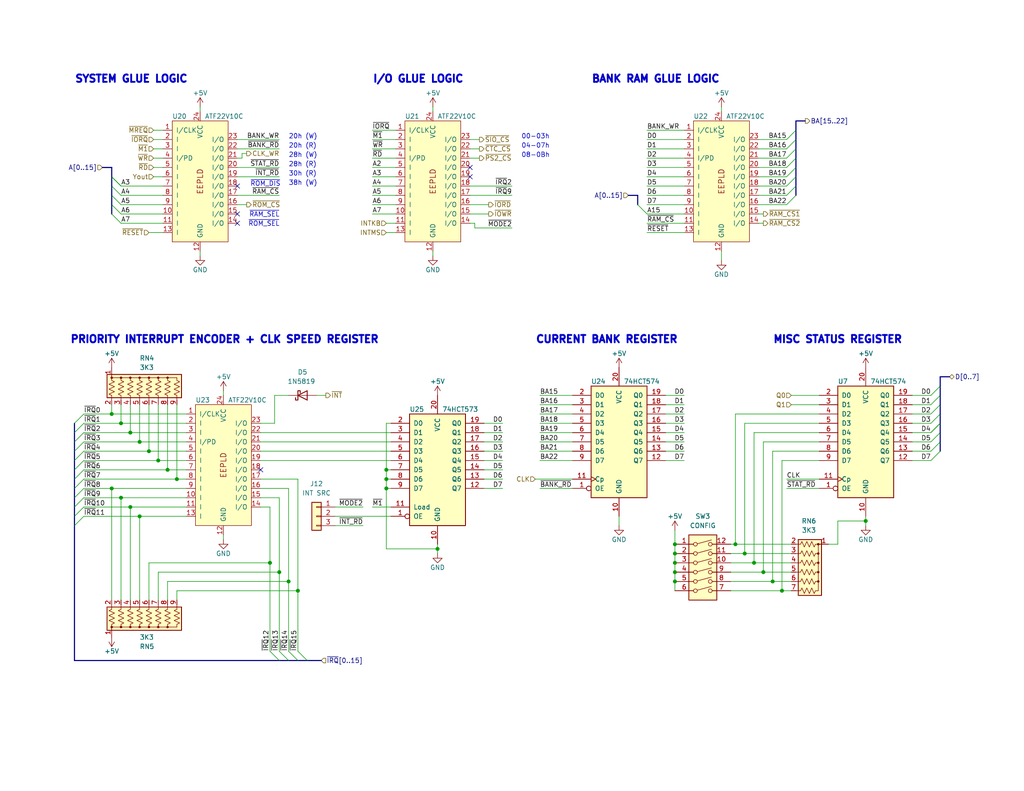
<source format=kicad_sch>
(kicad_sch (version 20230121) (generator eeschema)
  (paper "USLetter")
  (title_block (date "2023-08-13") (rev "V2") (company "Frédéric Segard  (@microhobbyist)"))
  (lib_symbols
    (symbol "+5V_1" (power) (pin_names (offset 0))
      (property "Value" "+5V_1" (at 0 3.556 0))
      (symbol "+5V_1_0_1"
        (polyline (pts (xy -0.762 1.27) (xy 0 2.54)))
        (polyline (pts (xy 0 0) (xy 0 2.54)))
        (polyline (pts (xy 0 2.54) (xy 0.762 1.27)))
      )
      (symbol "+5V_1_1_1"
        (pin power_in line (at 0 0 90) (length 0) hide (name "+5V") (number "1"))
      )
    )
    (symbol "0_Library:ATF22V10C" (pin_names (offset 1.016))
      (property "Reference" "U" (at -7.62 0 0))
      (property "Value" "ATF22V10C" (at 1.27 0 0))
      (symbol "ATF22V10C_0_0"
        (text "EEPLD" (at 0 -17.78 900) (effects (font (size 1.4986 1.4986))))
      )
      (symbol "ATF22V10C_0_1"
        (rectangle (start -7.62 -1.27) (end 7.62 -34.29) (fill (type background)))
      )
      (symbol "ATF22V10C_1_1"
        (pin input line (at -10.16 -3.81 0) (length 2.54) (name "I/CLK") (number "1"))
        (pin input line (at -10.16 -26.67 0) (length 2.54) (name "I") (number "10"))
        (pin input line (at -10.16 -29.21 0) (length 2.54) (name "I") (number "11"))
        (pin power_in line (at 0 -36.83 90) (length 2.54) (name "GND") (number "12"))
        (pin input line (at -10.16 -31.75 0) (length 2.54) (name "I") (number "13"))
        (pin bidirectional line (at 10.16 -29.21 180) (length 2.54) (name "I/O") (number "14"))
        (pin bidirectional line (at 10.16 -26.67 180) (length 2.54) (name "I/O") (number "15"))
        (pin bidirectional line (at 10.16 -24.13 180) (length 2.54) (name "I/O") (number "16"))
        (pin bidirectional line (at 10.16 -21.59 180) (length 2.54) (name "I/O") (number "17"))
        (pin bidirectional line (at 10.16 -19.05 180) (length 2.54) (name "I/O") (number "18"))
        (pin bidirectional line (at 10.16 -16.51 180) (length 2.54) (name "I/O") (number "19"))
        (pin input line (at -10.16 -6.35 0) (length 2.54) (name "I") (number "2"))
        (pin bidirectional line (at 10.16 -13.97 180) (length 2.54) (name "I/O") (number "20"))
        (pin bidirectional line (at 10.16 -11.43 180) (length 2.54) (name "I/O") (number "21"))
        (pin bidirectional line (at 10.16 -8.89 180) (length 2.54) (name "I/O") (number "22"))
        (pin bidirectional line (at 10.16 -6.35 180) (length 2.54) (name "I/O") (number "23"))
        (pin power_in line (at 0 1.27 270) (length 2.54) (name "VCC") (number "24"))
        (pin input line (at -10.16 -8.89 0) (length 2.54) (name "I") (number "3"))
        (pin input line (at -10.16 -11.43 0) (length 2.54) (name "I/PD") (number "4"))
        (pin input line (at -10.16 -13.97 0) (length 2.54) (name "I") (number "5"))
        (pin input line (at -10.16 -16.51 0) (length 2.54) (name "I") (number "6"))
        (pin input line (at -10.16 -19.05 0) (length 2.54) (name "I") (number "7"))
        (pin input line (at -10.16 -21.59 0) (length 2.54) (name "I") (number "8"))
        (pin input line (at -10.16 -24.13 0) (length 2.54) (name "I") (number "9"))
      )
    )
    (symbol "74xx:74LS573" (pin_names (offset 1.016))
      (property "Reference" "U" (at -7.62 16.51 0))
      (property "Value" "74LS573" (at -7.62 -16.51 0))
      (symbol "74LS573_1_0"
        (pin input inverted (at -12.7 -12.7 0) (length 5.08) (name "OE") (number "1"))
        (pin power_in line (at 0 -20.32 90) (length 5.08) (name "GND") (number "10"))
        (pin input line (at -12.7 -10.16 0) (length 5.08) (name "Load") (number "11"))
        (pin tri_state line (at 12.7 -5.08 180) (length 5.08) (name "Q7") (number "12"))
        (pin tri_state line (at 12.7 -2.54 180) (length 5.08) (name "Q6") (number "13"))
        (pin tri_state line (at 12.7 0 180) (length 5.08) (name "Q5") (number "14"))
        (pin tri_state line (at 12.7 2.54 180) (length 5.08) (name "Q4") (number "15"))
        (pin tri_state line (at 12.7 5.08 180) (length 5.08) (name "Q3") (number "16"))
        (pin tri_state line (at 12.7 7.62 180) (length 5.08) (name "Q2") (number "17"))
        (pin tri_state line (at 12.7 10.16 180) (length 5.08) (name "Q1") (number "18"))
        (pin tri_state line (at 12.7 12.7 180) (length 5.08) (name "Q0") (number "19"))
        (pin input line (at -12.7 12.7 0) (length 5.08) (name "D0") (number "2"))
        (pin power_in line (at 0 20.32 270) (length 5.08) (name "VCC") (number "20"))
        (pin input line (at -12.7 10.16 0) (length 5.08) (name "D1") (number "3"))
        (pin input line (at -12.7 7.62 0) (length 5.08) (name "D2") (number "4"))
        (pin input line (at -12.7 5.08 0) (length 5.08) (name "D3") (number "5"))
        (pin input line (at -12.7 2.54 0) (length 5.08) (name "D4") (number "6"))
        (pin input line (at -12.7 0 0) (length 5.08) (name "D5") (number "7"))
        (pin input line (at -12.7 -2.54 0) (length 5.08) (name "D6") (number "8"))
        (pin input line (at -12.7 -5.08 0) (length 5.08) (name "D7") (number "9"))
      )
      (symbol "74LS573_1_1"
        (rectangle (start -7.62 15.24) (end 7.62 -15.24) (stroke (width 0.254)) (fill (type background)))
      )
    )
    (symbol "74xx:74LS574" (pin_names (offset 1.016))
      (property "Reference" "U" (at -7.62 16.51 0))
      (property "Value" "74LS574" (at -7.62 -16.51 0))
      (symbol "74LS574_1_0"
        (pin input inverted (at -12.7 -12.7 0) (length 5.08) (name "OE") (number "1"))
        (pin power_in line (at 0 -20.32 90) (length 5.08) (name "GND") (number "10"))
        (pin input clock (at -12.7 -10.16 0) (length 5.08) (name "Cp") (number "11"))
        (pin tri_state line (at 12.7 -5.08 180) (length 5.08) (name "Q7") (number "12"))
        (pin tri_state line (at 12.7 -2.54 180) (length 5.08) (name "Q6") (number "13"))
        (pin tri_state line (at 12.7 0 180) (length 5.08) (name "Q5") (number "14"))
        (pin tri_state line (at 12.7 2.54 180) (length 5.08) (name "Q4") (number "15"))
        (pin tri_state line (at 12.7 5.08 180) (length 5.08) (name "Q3") (number "16"))
        (pin tri_state line (at 12.7 7.62 180) (length 5.08) (name "Q2") (number "17"))
        (pin tri_state line (at 12.7 10.16 180) (length 5.08) (name "Q1") (number "18"))
        (pin tri_state line (at 12.7 12.7 180) (length 5.08) (name "Q0") (number "19"))
        (pin input line (at -12.7 12.7 0) (length 5.08) (name "D0") (number "2"))
        (pin power_in line (at 0 20.32 270) (length 5.08) (name "VCC") (number "20"))
        (pin input line (at -12.7 10.16 0) (length 5.08) (name "D1") (number "3"))
        (pin input line (at -12.7 7.62 0) (length 5.08) (name "D2") (number "4"))
        (pin input line (at -12.7 5.08 0) (length 5.08) (name "D3") (number "5"))
        (pin input line (at -12.7 2.54 0) (length 5.08) (name "D4") (number "6"))
        (pin input line (at -12.7 0 0) (length 5.08) (name "D5") (number "7"))
        (pin input line (at -12.7 -2.54 0) (length 5.08) (name "D6") (number "8"))
        (pin input line (at -12.7 -5.08 0) (length 5.08) (name "D7") (number "9"))
      )
      (symbol "74LS574_1_1"
        (rectangle (start -7.62 15.24) (end 7.62 -15.24) (stroke (width 0.254)) (fill (type background)))
      )
    )
    (symbol "Connector_Generic:Conn_01x03" (pin_names (offset 1.016) hide)
      (property "Reference" "J" (at 0 5.08 0))
      (property "Value" "Conn_01x03" (at 0 -5.08 0))
      (symbol "Conn_01x03_1_1"
        (rectangle (start -1.27 -2.413) (end 0 -2.667) (stroke (width 0.1524)))
        (rectangle (start -1.27 0.127) (end 0 -0.127) (stroke (width 0.1524)))
        (rectangle (start -1.27 2.667) (end 0 2.413) (stroke (width 0.1524)))
        (rectangle (start -1.27 3.81) (end 1.27 -3.81) (stroke (width 0.254)) (fill (type background)))
        (pin passive line (at -5.08 2.54 0) (length 3.81) (name "Pin_1") (number "1"))
        (pin passive line (at -5.08 0 0) (length 3.81) (name "Pin_2") (number "2"))
        (pin passive line (at -5.08 -2.54 0) (length 3.81) (name "Pin_3") (number "3"))
      )
    )
    (symbol "Device:R_Network06_US" (pin_names (offset 0) hide)
      (property "Reference" "RN" (at -10.16 0 90))
      (property "Value" "R_Network06_US" (at 7.62 0 90))
      (symbol "R_Network06_US_0_1"
        (rectangle (start -8.89 -3.175) (end 6.35 3.175) (stroke (width 0.254)) (fill (type background)))
        (circle (center -7.62 2.286) (radius 0.254) (fill (type outline)))
        (circle (center -5.08 2.286) (radius 0.254) (fill (type outline)))
        (circle (center -2.54 2.286) (radius 0.254) (fill (type outline)))
        (polyline (pts (xy -7.62 2.286) (xy 5.08 2.286)))
        (polyline (pts (xy -7.62 2.286) (xy -7.62 1.524) (xy -6.858 1.1684) (xy -8.382 0.508) (xy -6.858 -0.1524) (xy -8.382 -0.8382) (xy -6.858 -1.524) (xy -8.382 -2.1844) (xy -7.62 -2.54) (xy -7.62 -3.81)))
        (polyline (pts (xy -5.08 2.286) (xy -5.08 1.524) (xy -4.318 1.1684) (xy -5.842 0.508) (xy -4.318 -0.1524) (xy -5.842 -0.8382) (xy -4.318 -1.524) (xy -5.842 -2.1844) (xy -5.08 -2.54) (xy -5.08 -3.81)))
        (polyline (pts (xy -2.54 2.286) (xy -2.54 1.524) (xy -1.778 1.1684) (xy -3.302 0.508) (xy -1.778 -0.1524) (xy -3.302 -0.8382) (xy -1.778 -1.524) (xy -3.302 -2.1844) (xy -2.54 -2.54) (xy -2.54 -3.81)))
        (polyline (pts (xy 0 2.286) (xy 0 1.524) (xy 0.762 1.1684) (xy -0.762 0.508) (xy 0.762 -0.1524) (xy -0.762 -0.8382) (xy 0.762 -1.524) (xy -0.762 -2.1844) (xy 0 -2.54) (xy 0 -3.81)))
        (polyline (pts (xy 2.54 2.286) (xy 2.54 1.524) (xy 3.302 1.1684) (xy 1.778 0.508) (xy 3.302 -0.1524) (xy 1.778 -0.8382) (xy 3.302 -1.524) (xy 1.778 -2.1844) (xy 2.54 -2.54) (xy 2.54 -3.81)))
        (polyline (pts (xy 5.08 2.286) (xy 5.08 1.524) (xy 5.842 1.1684) (xy 4.318 0.508) (xy 5.842 -0.1524) (xy 4.318 -0.8382) (xy 5.842 -1.524) (xy 4.318 -2.1844) (xy 5.08 -2.54) (xy 5.08 -3.81)))
        (circle (center 0 2.286) (radius 0.254) (fill (type outline)))
        (circle (center 2.54 2.286) (radius 0.254) (fill (type outline)))
      )
      (symbol "R_Network06_US_1_1"
        (pin passive line (at -7.62 5.08 270) (length 2.54) (name "common") (number "1"))
        (pin passive line (at -7.62 -5.08 90) (length 1.27) (name "R1") (number "2"))
        (pin passive line (at -5.08 -5.08 90) (length 1.27) (name "R2") (number "3"))
        (pin passive line (at -2.54 -5.08 90) (length 1.27) (name "R3") (number "4"))
        (pin passive line (at 0 -5.08 90) (length 1.27) (name "R4") (number "5"))
        (pin passive line (at 2.54 -5.08 90) (length 1.27) (name "R5") (number "6"))
        (pin passive line (at 5.08 -5.08 90) (length 1.27) (name "R6") (number "7"))
      )
    )
    (symbol "Device:R_Network08_US" (pin_names (offset 0) hide)
      (property "Reference" "RN" (at -12.7 0 90))
      (property "Value" "R_Network08_US" (at 10.16 0 90))
      (symbol "R_Network08_US_0_1"
        (rectangle (start -11.43 -3.175) (end 8.89 3.175) (stroke (width 0.254)) (fill (type background)))
        (circle (center -10.16 2.286) (radius 0.254) (fill (type outline)))
        (circle (center -7.62 2.286) (radius 0.254) (fill (type outline)))
        (circle (center -5.08 2.286) (radius 0.254) (fill (type outline)))
        (circle (center -2.54 2.286) (radius 0.254) (fill (type outline)))
        (polyline (pts (xy -10.16 2.286) (xy 7.62 2.286)))
        (polyline (pts (xy -10.16 2.286) (xy -10.16 1.524) (xy -9.398 1.1684) (xy -10.922 0.508) (xy -9.398 -0.1524) (xy -10.922 -0.8382) (xy -9.398 -1.524) (xy -10.922 -2.1844) (xy -10.16 -2.54) (xy -10.16 -3.81)))
        (polyline (pts (xy -7.62 2.286) (xy -7.62 1.524) (xy -6.858 1.1684) (xy -8.382 0.508) (xy -6.858 -0.1524) (xy -8.382 -0.8382) (xy -6.858 -1.524) (xy -8.382 -2.1844) (xy -7.62 -2.54) (xy -7.62 -3.81)))
        (polyline (pts (xy -5.08 2.286) (xy -5.08 1.524) (xy -4.318 1.1684) (xy -5.842 0.508) (xy -4.318 -0.1524) (xy -5.842 -0.8382) (xy -4.318 -1.524) (xy -5.842 -2.1844) (xy -5.08 -2.54) (xy -5.08 -3.81)))
        (polyline (pts (xy -2.54 2.286) (xy -2.54 1.524) (xy -1.778 1.1684) (xy -3.302 0.508) (xy -1.778 -0.1524) (xy -3.302 -0.8382) (xy -1.778 -1.524) (xy -3.302 -2.1844) (xy -2.54 -2.54) (xy -2.54 -3.81)))
        (polyline (pts (xy 0 2.286) (xy 0 1.524) (xy 0.762 1.1684) (xy -0.762 0.508) (xy 0.762 -0.1524) (xy -0.762 -0.8382) (xy 0.762 -1.524) (xy -0.762 -2.1844) (xy 0 -2.54) (xy 0 -3.81)))
        (polyline (pts (xy 2.54 2.286) (xy 2.54 1.524) (xy 3.302 1.1684) (xy 1.778 0.508) (xy 3.302 -0.1524) (xy 1.778 -0.8382) (xy 3.302 -1.524) (xy 1.778 -2.1844) (xy 2.54 -2.54) (xy 2.54 -3.81)))
        (polyline (pts (xy 5.08 2.286) (xy 5.08 1.524) (xy 5.842 1.1684) (xy 4.318 0.508) (xy 5.842 -0.1524) (xy 4.318 -0.8382) (xy 5.842 -1.524) (xy 4.318 -2.1844) (xy 5.08 -2.54) (xy 5.08 -3.81)))
        (polyline (pts (xy 7.62 2.286) (xy 7.62 1.524) (xy 8.382 1.1684) (xy 6.858 0.508) (xy 8.382 -0.1524) (xy 6.858 -0.8382) (xy 8.382 -1.524) (xy 6.858 -2.1844) (xy 7.62 -2.54) (xy 7.62 -3.81)))
        (circle (center 0 2.286) (radius 0.254) (fill (type outline)))
        (circle (center 2.54 2.286) (radius 0.254) (fill (type outline)))
        (circle (center 5.08 2.286) (radius 0.254) (fill (type outline)))
      )
      (symbol "R_Network08_US_1_1"
        (pin passive line (at -10.16 5.08 270) (length 2.54) (name "common") (number "1"))
        (pin passive line (at -10.16 -5.08 90) (length 1.27) (name "R1") (number "2"))
        (pin passive line (at -7.62 -5.08 90) (length 1.27) (name "R2") (number "3"))
        (pin passive line (at -5.08 -5.08 90) (length 1.27) (name "R3") (number "4"))
        (pin passive line (at -2.54 -5.08 90) (length 1.27) (name "R4") (number "5"))
        (pin passive line (at 0 -5.08 90) (length 1.27) (name "R5") (number "6"))
        (pin passive line (at 2.54 -5.08 90) (length 1.27) (name "R6") (number "7"))
        (pin passive line (at 5.08 -5.08 90) (length 1.27) (name "R7") (number "8"))
        (pin passive line (at 7.62 -5.08 90) (length 1.27) (name "R8") (number "9"))
      )
    )
    (symbol "Diode:1N5819" (pin_numbers hide) (pin_names (offset 1.016) hide)
      (property "Reference" "D" (at 0 2.54 0))
      (property "Value" "1N5819" (at 0 -2.54 0))
      (symbol "1N5819_0_1"
        (polyline (pts (xy 1.27 0) (xy -1.27 0)))
        (polyline (pts (xy 1.27 1.27) (xy 1.27 -1.27) (xy -1.27 0) (xy 1.27 1.27)) (stroke (width 0.254)))
        (polyline (pts (xy -1.905 0.635) (xy -1.905 1.27) (xy -1.27 1.27) (xy -1.27 -1.27) (xy -0.635 -1.27) (xy -0.635 -0.635)) (stroke (width 0.254)))
      )
      (symbol "1N5819_1_1"
        (pin passive line (at -3.81 0 0) (length 2.54) (name "K") (number "1"))
        (pin passive line (at 3.81 0 180) (length 2.54) (name "A") (number "2"))
      )
    )
    (symbol "GND_1" (power) (pin_names (offset 0))
      (property "Value" "GND_1" (at 0 -3.81 0))
      (symbol "GND_1_0_1"
        (polyline (pts (xy 0 0) (xy 0 -1.27) (xy 1.27 -1.27) (xy 0 -2.54) (xy -1.27 -1.27) (xy 0 -1.27)))
      )
      (symbol "GND_1_1_1"
        (pin power_in line (at 0 0 270) (length 0) hide (name "GND") (number "1"))
      )
    )
    (symbol "Switch:SW_DIP_x06" (pin_names (offset 0) hide)
      (property "Reference" "SW" (at 0 11.43 0))
      (property "Value" "SW_DIP_x06" (at 0 -8.89 0))
      (symbol "SW_DIP_x06_0_0"
        (circle (center -2.032 -5.08) (radius 0.508))
        (circle (center -2.032 -2.54) (radius 0.508))
        (circle (center -2.032 0) (radius 0.508))
        (circle (center -2.032 2.54) (radius 0.508))
        (circle (center -2.032 5.08) (radius 0.508))
        (circle (center -2.032 7.62) (radius 0.508))
        (polyline (pts (xy -1.524 -4.9276) (xy 2.3622 -3.8862)))
        (polyline (pts (xy -1.524 -2.3876) (xy 2.3622 -1.3462)))
        (polyline (pts (xy -1.524 0.127) (xy 2.3622 1.1684)))
        (polyline (pts (xy -1.524 2.667) (xy 2.3622 3.7084)))
        (polyline (pts (xy -1.524 5.207) (xy 2.3622 6.2484)))
        (polyline (pts (xy -1.524 7.747) (xy 2.3622 8.7884)))
        (circle (center 2.032 -5.08) (radius 0.508))
        (circle (center 2.032 -2.54) (radius 0.508))
        (circle (center 2.032 0) (radius 0.508))
        (circle (center 2.032 2.54) (radius 0.508))
        (circle (center 2.032 5.08) (radius 0.508))
        (circle (center 2.032 7.62) (radius 0.508))
      )
      (symbol "SW_DIP_x06_0_1"
        (rectangle (start -3.81 10.16) (end 3.81 -7.62) (stroke (width 0.254)) (fill (type background)))
      )
      (symbol "SW_DIP_x06_1_1"
        (pin passive line (at -7.62 7.62 0) (length 5.08) (name "~") (number "1"))
        (pin passive line (at 7.62 2.54 180) (length 5.08) (name "~") (number "10"))
        (pin passive line (at 7.62 5.08 180) (length 5.08) (name "~") (number "11"))
        (pin passive line (at 7.62 7.62 180) (length 5.08) (name "~") (number "12"))
        (pin passive line (at -7.62 5.08 0) (length 5.08) (name "~") (number "2"))
        (pin passive line (at -7.62 2.54 0) (length 5.08) (name "~") (number "3"))
        (pin passive line (at -7.62 0 0) (length 5.08) (name "~") (number "4"))
        (pin passive line (at -7.62 -2.54 0) (length 5.08) (name "~") (number "5"))
        (pin passive line (at -7.62 -5.08 0) (length 5.08) (name "~") (number "6"))
        (pin passive line (at 7.62 -5.08 180) (length 5.08) (name "~") (number "7"))
        (pin passive line (at 7.62 -2.54 180) (length 5.08) (name "~") (number "8"))
        (pin passive line (at 7.62 0 180) (length 5.08) (name "~") (number "9"))
      )
    )
  )
  (junction (at 78.74 158.75))
  (junction (at 33.02 135.89))
  (junction (at 200.66 148.59))
  (junction (at 30.48 133.35))
  (junction (at 35.56 118.11))
  (junction (at 184.15 156.21))
  (junction (at 76.2 156.21))
  (junction (at 38.1 120.65))
  (junction (at 81.28 161.29))
  (junction (at 205.74 153.67))
  (junction (at 30.48 113.03))
  (junction (at 203.2 151.13))
  (junction (at 213.36 161.29))
  (junction (at 184.15 148.59))
  (junction (at 210.82 158.75))
  (junction (at 38.1 140.97))
  (junction (at 48.26 130.81))
  (junction (at 45.72 128.27))
  (junction (at 35.56 138.43))
  (junction (at 105.41 128.27))
  (junction (at 119.38 149.86))
  (junction (at 184.15 158.75))
  (junction (at 236.22 142.24))
  (junction (at 184.15 151.13))
  (junction (at 73.66 153.67))
  (junction (at 33.02 115.57))
  (junction (at 208.28 156.21))
  (junction (at 105.41 130.81))
  (junction (at 184.15 153.67))
  (junction (at 40.64 123.19))
  (junction (at 43.18 125.73))
  (junction (at 105.41 133.35))
  (no_connect (at 128.27 45.72))
  (no_connect (at 71.12 128.27))
  (no_connect (at 64.77 60.96))
  (no_connect (at 128.27 48.26))
  (no_connect (at 64.77 58.42))
  (no_connect (at 64.77 50.8))
  (bus_entry (at 78.74 180.34) (size -2.54 -2.54))
  (bus_entry (at 214.63 55.88) (size 2.54 -2.54))
  (bus_entry (at 30.48 55.88) (size 2.54 2.54))
  (bus_entry (at 30.48 48.26) (size 2.54 2.54))
  (bus_entry (at 214.63 38.1) (size 2.54 -2.54))
  (bus_entry (at 20.32 123.19) (size 2.54 -2.54))
  (bus_entry (at 20.32 135.89) (size 2.54 -2.54))
  (bus_entry (at 30.48 50.8) (size 2.54 2.54))
  (bus_entry (at 256.54 105.41) (size -2.54 2.54))
  (bus_entry (at 20.32 118.11) (size 2.54 -2.54))
  (bus_entry (at 256.54 110.49) (size -2.54 2.54))
  (bus_entry (at 20.32 140.97) (size 2.54 -2.54))
  (bus_entry (at 30.48 53.34) (size 2.54 2.54))
  (bus_entry (at 214.63 53.34) (size 2.54 -2.54))
  (bus_entry (at 256.54 107.95) (size -2.54 2.54))
  (bus_entry (at 256.54 115.57) (size -2.54 2.54))
  (bus_entry (at 214.63 45.72) (size 2.54 -2.54))
  (bus_entry (at 20.32 125.73) (size 2.54 -2.54))
  (bus_entry (at 81.28 180.34) (size -2.54 -2.54))
  (bus_entry (at 214.63 50.8) (size 2.54 -2.54))
  (bus_entry (at 214.63 43.18) (size 2.54 -2.54))
  (bus_entry (at 20.32 133.35) (size 2.54 -2.54))
  (bus_entry (at 83.82 180.34) (size -2.54 -2.54))
  (bus_entry (at 30.48 58.42) (size 2.54 2.54))
  (bus_entry (at 214.63 40.64) (size 2.54 -2.54))
  (bus_entry (at 20.32 130.81) (size 2.54 -2.54))
  (bus_entry (at 256.54 118.11) (size -2.54 2.54))
  (bus_entry (at 30.48 48.26) (size 2.54 2.54))
  (bus_entry (at 214.63 48.26) (size 2.54 -2.54))
  (bus_entry (at 254 123.19) (size 2.54 -2.54))
  (bus_entry (at 20.32 120.65) (size 2.54 -2.54))
  (bus_entry (at 256.54 115.57) (size -2.54 2.54))
  (bus_entry (at 173.99 55.88) (size 2.54 2.54))
  (bus_entry (at 254 125.73) (size 2.54 -2.54))
  (bus_entry (at 20.32 128.27) (size 2.54 -2.54))
  (bus_entry (at 20.32 138.43) (size 2.54 -2.54))
  (bus_entry (at 256.54 113.03) (size -2.54 2.54))
  (bus_entry (at 20.32 143.51) (size 2.54 -2.54))
  (bus_entry (at 76.2 180.34) (size -2.54 -2.54))
  (bus_entry (at 20.32 115.57) (size 2.54 -2.54))
  (wire (pts (xy 105.41 128.27) (xy 106.68 128.27)))
  (wire (pts (xy 248.92 115.57) (xy 254 115.57)))
  (wire (pts (xy 35.56 118.11) (xy 50.8 118.11)))
  (bus (pts (xy 217.17 35.56) (xy 217.17 33.02)))
  (bus (pts (xy 81.28 180.34) (xy 83.82 180.34)))
  (wire (pts (xy 101.6 45.72) (xy 107.95 45.72)))
  (wire (pts (xy 213.36 125.73) (xy 223.52 125.73)))
  (wire (pts (xy 205.74 118.11) (xy 205.74 153.67)))
  (wire (pts (xy 71.12 133.35) (xy 78.74 133.35)))
  (wire (pts (xy 184.15 156.21) (xy 184.15 158.75)))
  (wire (pts (xy 33.02 50.8) (xy 44.45 50.8)))
  (wire (pts (xy 181.61 110.49) (xy 186.69 110.49)))
  (wire (pts (xy 207.01 60.96) (xy 208.28 60.96)))
  (wire (pts (xy 73.66 153.67) (xy 73.66 177.8)))
  (wire (pts (xy 213.36 161.29) (xy 215.9 161.29)))
  (wire (pts (xy 78.74 107.95) (xy 74.93 107.95)))
  (bus (pts (xy 30.48 45.72) (xy 30.48 48.26)))
  (wire (pts (xy 30.48 133.35) (xy 30.48 163.83)))
  (wire (pts (xy 33.02 53.34) (xy 44.45 53.34)))
  (wire (pts (xy 200.66 113.03) (xy 223.52 113.03)))
  (wire (pts (xy 207.01 58.42) (xy 208.28 58.42)))
  (wire (pts (xy 45.72 158.75) (xy 78.74 158.75)))
  (wire (pts (xy 22.86 133.35) (xy 30.48 133.35)))
  (wire (pts (xy 105.41 60.96) (xy 107.95 60.96)))
  (wire (pts (xy 101.6 48.26) (xy 107.95 48.26)))
  (bus (pts (xy 217.17 45.72) (xy 217.17 48.26)))
  (wire (pts (xy 132.08 123.19) (xy 137.16 123.19)))
  (wire (pts (xy 105.41 149.86) (xy 119.38 149.86)))
  (wire (pts (xy 203.2 115.57) (xy 223.52 115.57)))
  (wire (pts (xy 48.26 161.29) (xy 81.28 161.29)))
  (bus (pts (xy 20.32 123.19) (xy 20.32 120.65)))
  (wire (pts (xy 86.36 107.95) (xy 88.9 107.95)))
  (wire (pts (xy 196.85 29.21) (xy 196.85 30.48)))
  (wire (pts (xy 208.28 156.21) (xy 215.9 156.21)))
  (wire (pts (xy 74.93 107.95) (xy 74.93 115.57)))
  (wire (pts (xy 147.32 123.19) (xy 156.21 123.19)))
  (wire (pts (xy 132.08 120.65) (xy 137.16 120.65)))
  (wire (pts (xy 48.26 163.83) (xy 48.26 161.29)))
  (wire (pts (xy 228.6 148.59) (xy 228.6 142.24)))
  (wire (pts (xy 132.08 130.81) (xy 137.16 130.81)))
  (wire (pts (xy 196.85 68.58) (xy 196.85 71.12)))
  (wire (pts (xy 132.08 128.27) (xy 137.16 128.27)))
  (wire (pts (xy 147.32 125.73) (xy 156.21 125.73)))
  (bus (pts (xy 20.32 128.27) (xy 20.32 125.73)))
  (wire (pts (xy 73.66 153.67) (xy 73.66 138.43)))
  (wire (pts (xy 22.86 118.11) (xy 35.56 118.11)))
  (wire (pts (xy 41.91 48.26) (xy 44.45 48.26)))
  (wire (pts (xy 71.12 120.65) (xy 106.68 120.65)))
  (wire (pts (xy 33.02 115.57) (xy 50.8 115.57)))
  (wire (pts (xy 181.61 118.11) (xy 186.69 118.11)))
  (wire (pts (xy 22.86 125.73) (xy 43.18 125.73)))
  (bus (pts (xy 30.48 58.42) (xy 30.48 55.88)))
  (wire (pts (xy 176.53 53.34) (xy 186.69 53.34)))
  (wire (pts (xy 210.82 158.75) (xy 215.9 158.75)))
  (bus (pts (xy 256.54 113.03) (xy 256.54 115.57)))
  (wire (pts (xy 45.72 110.49) (xy 45.72 128.27)))
  (wire (pts (xy 22.86 128.27) (xy 45.72 128.27)))
  (wire (pts (xy 248.92 120.65) (xy 254 120.65)))
  (bus (pts (xy 78.74 180.34) (xy 76.2 180.34)))
  (wire (pts (xy 176.53 35.56) (xy 186.69 35.56)))
  (bus (pts (xy 20.32 140.97) (xy 20.32 138.43)))
  (bus (pts (xy 20.32 120.65) (xy 20.32 118.11)))
  (bus (pts (xy 20.32 130.81) (xy 20.32 128.27)))
  (wire (pts (xy 147.32 115.57) (xy 156.21 115.57)))
  (wire (pts (xy 22.86 135.89) (xy 33.02 135.89)))
  (bus (pts (xy 256.54 105.41) (xy 256.54 102.87)))
  (wire (pts (xy 214.63 133.35) (xy 223.52 133.35)))
  (wire (pts (xy 119.38 149.86) (xy 119.38 148.59)))
  (bus (pts (xy 20.32 138.43) (xy 20.32 135.89)))
  (wire (pts (xy 213.36 161.29) (xy 199.39 161.29)))
  (wire (pts (xy 71.12 125.73) (xy 106.68 125.73)))
  (wire (pts (xy 48.26 130.81) (xy 50.8 130.81)))
  (wire (pts (xy 146.05 130.81) (xy 156.21 130.81)))
  (wire (pts (xy 132.08 115.57) (xy 137.16 115.57)))
  (wire (pts (xy 43.18 110.49) (xy 43.18 125.73)))
  (wire (pts (xy 118.11 29.21) (xy 118.11 30.48)))
  (wire (pts (xy 128.27 53.34) (xy 139.7 53.34)))
  (wire (pts (xy 76.2 156.21) (xy 76.2 135.89)))
  (wire (pts (xy 22.86 113.03) (xy 30.48 113.03)))
  (wire (pts (xy 205.74 118.11) (xy 223.52 118.11)))
  (wire (pts (xy 210.82 123.19) (xy 210.82 158.75)))
  (wire (pts (xy 101.6 55.88) (xy 107.95 55.88)))
  (wire (pts (xy 176.53 48.26) (xy 186.69 48.26)))
  (wire (pts (xy 41.91 43.18) (xy 44.45 43.18)))
  (wire (pts (xy 41.91 35.56) (xy 44.45 35.56)))
  (bus (pts (xy 83.82 180.34) (xy 87.63 180.34)))
  (wire (pts (xy 35.56 110.49) (xy 35.56 118.11)))
  (wire (pts (xy 64.77 48.26) (xy 76.2 48.26)))
  (wire (pts (xy 176.53 43.18) (xy 186.69 43.18)))
  (wire (pts (xy 130.81 40.64) (xy 128.27 40.64)))
  (wire (pts (xy 208.28 120.65) (xy 223.52 120.65)))
  (wire (pts (xy 22.86 123.19) (xy 40.64 123.19)))
  (wire (pts (xy 207.01 55.88) (xy 214.63 55.88)))
  (wire (pts (xy 147.32 110.49) (xy 156.21 110.49)))
  (wire (pts (xy 132.08 125.73) (xy 137.16 125.73)))
  (wire (pts (xy 91.44 140.97) (xy 106.68 140.97)))
  (wire (pts (xy 60.96 147.32) (xy 60.96 146.05)))
  (bus (pts (xy 256.54 115.57) (xy 256.54 118.11)))
  (bus (pts (xy 173.99 55.88) (xy 173.99 53.34)))
  (wire (pts (xy 71.12 118.11) (xy 106.68 118.11)))
  (wire (pts (xy 73.66 138.43) (xy 71.12 138.43)))
  (wire (pts (xy 54.61 29.21) (xy 54.61 30.48)))
  (wire (pts (xy 208.28 156.21) (xy 208.28 120.65)))
  (wire (pts (xy 76.2 156.21) (xy 76.2 177.8)))
  (wire (pts (xy 105.41 133.35) (xy 106.68 133.35)))
  (wire (pts (xy 54.61 68.58) (xy 54.61 69.85)))
  (wire (pts (xy 248.92 107.95) (xy 254 107.95)))
  (wire (pts (xy 128.27 50.8) (xy 139.7 50.8)))
  (wire (pts (xy 236.22 140.97) (xy 236.22 142.24)))
  (wire (pts (xy 45.72 128.27) (xy 50.8 128.27)))
  (bus (pts (xy 256.54 110.49) (xy 256.54 107.95)))
  (bus (pts (xy 20.32 135.89) (xy 20.32 133.35)))
  (wire (pts (xy 132.08 133.35) (xy 137.16 133.35)))
  (wire (pts (xy 181.61 115.57) (xy 186.69 115.57)))
  (wire (pts (xy 64.77 45.72) (xy 76.2 45.72)))
  (wire (pts (xy 181.61 120.65) (xy 186.69 120.65)))
  (wire (pts (xy 40.64 153.67) (xy 73.66 153.67)))
  (wire (pts (xy 38.1 110.49) (xy 38.1 120.65)))
  (wire (pts (xy 38.1 140.97) (xy 50.8 140.97)))
  (wire (pts (xy 129.54 60.96) (xy 128.27 60.96)))
  (wire (pts (xy 101.6 40.64) (xy 107.95 40.64)))
  (wire (pts (xy 105.41 128.27) (xy 105.41 130.81)))
  (wire (pts (xy 40.64 63.5) (xy 44.45 63.5)))
  (wire (pts (xy 43.18 156.21) (xy 76.2 156.21)))
  (bus (pts (xy 256.54 120.65) (xy 256.54 123.19)))
  (wire (pts (xy 91.44 143.51) (xy 99.06 143.51)))
  (wire (pts (xy 181.61 107.95) (xy 186.69 107.95)))
  (wire (pts (xy 248.92 113.03) (xy 254 113.03)))
  (wire (pts (xy 78.74 158.75) (xy 78.74 177.8)))
  (wire (pts (xy 248.92 110.49) (xy 254 110.49)))
  (wire (pts (xy 64.77 55.88) (xy 67.31 55.88)))
  (wire (pts (xy 207.01 48.26) (xy 214.63 48.26)))
  (wire (pts (xy 236.22 142.24) (xy 236.22 143.51)))
  (bus (pts (xy 217.17 50.8) (xy 217.17 53.34)))
  (wire (pts (xy 30.48 110.49) (xy 30.48 113.03)))
  (wire (pts (xy 207.01 43.18) (xy 214.63 43.18)))
  (wire (pts (xy 48.26 110.49) (xy 48.26 130.81)))
  (bus (pts (xy 217.17 38.1) (xy 217.17 35.56)))
  (bus (pts (xy 20.32 118.11) (xy 20.32 115.57)))
  (bus (pts (xy 78.74 180.34) (xy 81.28 180.34)))
  (wire (pts (xy 38.1 140.97) (xy 38.1 163.83)))
  (wire (pts (xy 205.74 153.67) (xy 199.39 153.67)))
  (wire (pts (xy 129.54 62.23) (xy 139.7 62.23)))
  (wire (pts (xy 210.82 123.19) (xy 223.52 123.19)))
  (wire (pts (xy 130.81 38.1) (xy 128.27 38.1)))
  (bus (pts (xy 256.54 113.03) (xy 256.54 110.49)))
  (bus (pts (xy 171.45 53.34) (xy 173.99 53.34)))
  (wire (pts (xy 130.81 43.18) (xy 128.27 43.18)))
  (wire (pts (xy 207.01 40.64) (xy 214.63 40.64)))
  (wire (pts (xy 176.53 55.88) (xy 186.69 55.88)))
  (wire (pts (xy 200.66 148.59) (xy 215.9 148.59)))
  (wire (pts (xy 184.15 153.67) (xy 184.15 156.21)))
  (bus (pts (xy 217.17 33.02) (xy 219.71 33.02)))
  (wire (pts (xy 35.56 138.43) (xy 50.8 138.43)))
  (wire (pts (xy 74.93 115.57) (xy 71.12 115.57)))
  (wire (pts (xy 199.39 151.13) (xy 203.2 151.13)))
  (wire (pts (xy 105.41 63.5) (xy 107.95 63.5)))
  (wire (pts (xy 207.01 45.72) (xy 214.63 45.72)))
  (wire (pts (xy 128.27 55.88) (xy 133.35 55.88)))
  (wire (pts (xy 199.39 156.21) (xy 208.28 156.21)))
  (wire (pts (xy 207.01 50.8) (xy 214.63 50.8)))
  (wire (pts (xy 71.12 123.19) (xy 106.68 123.19)))
  (wire (pts (xy 207.01 53.34) (xy 214.63 53.34)))
  (wire (pts (xy 101.6 38.1) (xy 107.95 38.1)))
  (wire (pts (xy 181.61 123.19) (xy 186.69 123.19)))
  (wire (pts (xy 66.04 41.91) (xy 66.04 43.18)))
  (wire (pts (xy 105.41 130.81) (xy 106.68 130.81)))
  (wire (pts (xy 22.86 140.97) (xy 38.1 140.97)))
  (wire (pts (xy 81.28 161.29) (xy 81.28 177.8)))
  (bus (pts (xy 217.17 43.18) (xy 217.17 45.72)))
  (wire (pts (xy 35.56 138.43) (xy 35.56 163.83)))
  (wire (pts (xy 226.06 148.59) (xy 228.6 148.59)))
  (wire (pts (xy 101.6 58.42) (xy 107.95 58.42)))
  (wire (pts (xy 184.15 144.78) (xy 184.15 148.59)))
  (wire (pts (xy 181.61 113.03) (xy 186.69 113.03)))
  (wire (pts (xy 33.02 110.49) (xy 33.02 115.57)))
  (wire (pts (xy 210.82 158.75) (xy 199.39 158.75)))
  (wire (pts (xy 64.77 40.64) (xy 76.2 40.64)))
  (wire (pts (xy 147.32 118.11) (xy 156.21 118.11)))
  (bus (pts (xy 27.94 45.72) (xy 30.48 45.72)))
  (wire (pts (xy 30.48 133.35) (xy 50.8 133.35)))
  (wire (pts (xy 40.64 110.49) (xy 40.64 123.19)))
  (bus (pts (xy 30.48 55.88) (xy 30.48 53.34)))
  (wire (pts (xy 22.86 115.57) (xy 33.02 115.57)))
  (wire (pts (xy 176.53 45.72) (xy 186.69 45.72)))
  (wire (pts (xy 132.08 118.11) (xy 137.16 118.11)))
  (wire (pts (xy 213.36 125.73) (xy 213.36 161.29)))
  (wire (pts (xy 215.9 107.95) (xy 223.52 107.95)))
  (bus (pts (xy 259.08 102.87) (xy 256.54 102.87)))
  (wire (pts (xy 248.92 123.19) (xy 254 123.19)))
  (wire (pts (xy 43.18 156.21) (xy 43.18 163.83)))
  (wire (pts (xy 176.53 58.42) (xy 186.69 58.42)))
  (wire (pts (xy 248.92 118.11) (xy 254 118.11)))
  (wire (pts (xy 176.53 63.5) (xy 186.69 63.5)))
  (wire (pts (xy 101.6 53.34) (xy 107.95 53.34)))
  (wire (pts (xy 91.44 138.43) (xy 99.06 138.43)))
  (wire (pts (xy 81.28 161.29) (xy 81.28 130.81)))
  (wire (pts (xy 30.48 113.03) (xy 50.8 113.03)))
  (wire (pts (xy 33.02 60.96) (xy 44.45 60.96)))
  (bus (pts (xy 20.32 180.34) (xy 76.2 180.34)))
  (wire (pts (xy 184.15 148.59) (xy 184.15 151.13)))
  (wire (pts (xy 105.41 115.57) (xy 105.41 128.27)))
  (bus (pts (xy 217.17 40.64) (xy 217.17 38.1)))
  (wire (pts (xy 147.32 113.03) (xy 156.21 113.03)))
  (wire (pts (xy 33.02 135.89) (xy 33.02 163.83)))
  (wire (pts (xy 176.53 50.8) (xy 186.69 50.8)))
  (bus (pts (xy 217.17 43.18) (xy 217.17 40.64)))
  (wire (pts (xy 147.32 107.95) (xy 156.21 107.95)))
  (wire (pts (xy 105.41 133.35) (xy 105.41 149.86)))
  (wire (pts (xy 106.68 115.57) (xy 105.41 115.57)))
  (wire (pts (xy 128.27 58.42) (xy 133.35 58.42)))
  (wire (pts (xy 33.02 58.42) (xy 44.45 58.42)))
  (wire (pts (xy 101.6 50.8) (xy 107.95 50.8)))
  (wire (pts (xy 176.53 38.1) (xy 186.69 38.1)))
  (bus (pts (xy 20.32 180.34) (xy 20.32 143.51)))
  (wire (pts (xy 101.6 43.18) (xy 107.95 43.18)))
  (wire (pts (xy 22.86 138.43) (xy 35.56 138.43)))
  (wire (pts (xy 41.91 38.1) (xy 44.45 38.1)))
  (wire (pts (xy 147.32 120.65) (xy 156.21 120.65)))
  (wire (pts (xy 101.6 35.56) (xy 107.95 35.56)))
  (wire (pts (xy 203.2 151.13) (xy 203.2 115.57)))
  (bus (pts (xy 20.32 133.35) (xy 20.32 130.81)))
  (wire (pts (xy 33.02 55.88) (xy 44.45 55.88)))
  (wire (pts (xy 67.31 41.91) (xy 66.04 41.91)))
  (wire (pts (xy 33.02 135.89) (xy 50.8 135.89)))
  (wire (pts (xy 176.53 60.96) (xy 186.69 60.96)))
  (wire (pts (xy 129.54 62.23) (xy 129.54 60.96)))
  (wire (pts (xy 64.77 38.1) (xy 76.2 38.1)))
  (wire (pts (xy 22.86 130.81) (xy 48.26 130.81)))
  (wire (pts (xy 101.6 138.43) (xy 106.68 138.43)))
  (wire (pts (xy 119.38 149.86) (xy 119.38 151.13)))
  (wire (pts (xy 214.63 130.81) (xy 223.52 130.81)))
  (wire (pts (xy 228.6 142.24) (xy 236.22 142.24)))
  (wire (pts (xy 184.15 151.13) (xy 184.15 153.67)))
  (wire (pts (xy 38.1 120.65) (xy 50.8 120.65)))
  (wire (pts (xy 76.2 135.89) (xy 71.12 135.89)))
  (wire (pts (xy 71.12 130.81) (xy 81.28 130.81)))
  (wire (pts (xy 41.91 45.72) (xy 44.45 45.72)))
  (wire (pts (xy 205.74 153.67) (xy 215.9 153.67)))
  (bus (pts (xy 20.32 143.51) (xy 20.32 140.97)))
  (wire (pts (xy 22.86 120.65) (xy 38.1 120.65)))
  (wire (pts (xy 60.96 106.68) (xy 60.96 107.95)))
  (wire (pts (xy 147.32 133.35) (xy 156.21 133.35)))
  (bus (pts (xy 256.54 107.95) (xy 256.54 105.41)))
  (wire (pts (xy 64.77 43.18) (xy 66.04 43.18)))
  (wire (pts (xy 181.61 125.73) (xy 186.69 125.73)))
  (wire (pts (xy 200.66 148.59) (xy 199.39 148.59)))
  (bus (pts (xy 20.32 125.73) (xy 20.32 123.19)))
  (wire (pts (xy 203.2 151.13) (xy 215.9 151.13)))
  (wire (pts (xy 78.74 158.75) (xy 78.74 133.35)))
  (wire (pts (xy 45.72 163.83) (xy 45.72 158.75)))
  (wire (pts (xy 64.77 53.34) (xy 76.2 53.34)))
  (wire (pts (xy 105.41 130.81) (xy 105.41 133.35)))
  (wire (pts (xy 41.91 40.64) (xy 44.45 40.64)))
  (bus (pts (xy 30.48 50.8) (xy 30.48 48.26)))
  (wire (pts (xy 176.53 40.64) (xy 186.69 40.64)))
  (wire (pts (xy 248.92 125.73) (xy 254 125.73)))
  (wire (pts (xy 43.18 125.73) (xy 50.8 125.73)))
  (wire (pts (xy 200.66 113.03) (xy 200.66 148.59)))
  (wire (pts (xy 207.01 38.1) (xy 214.63 38.1)))
  (wire (pts (xy 40.64 123.19) (xy 50.8 123.19)))
  (wire (pts (xy 215.9 110.49) (xy 223.52 110.49)))
  (wire (pts (xy 184.15 158.75) (xy 184.15 161.29)))
  (bus (pts (xy 217.17 48.26) (xy 217.17 50.8)))
  (wire (pts (xy 168.91 140.97) (xy 168.91 143.51)))
  (wire (pts (xy 40.64 163.83) (xy 40.64 153.67)))
  (bus (pts (xy 256.54 118.11) (xy 256.54 120.65)))
  (bus (pts (xy 30.48 53.34) (xy 30.48 50.8)))
  (wire (pts (xy 118.11 68.58) (xy 118.11 69.85)))
  (text "~{ROM_SEL}" (at 76.327 61.976 0) (effects (font (size 1.27 1.27)) (justify right bottom)))
  (text "BANK RAM GLUE LOGIC" (at 161.29 22.86 0) (effects (font (size 2 2) (thickness 0.508) bold) (justify left bottom)))
  (text "PRIORITY INTERRUPT ENCODER + CLK SPEED REGISTER" (at 19.05 93.98 0) (effects (font (size 2 2) (thickness 0.508) bold) (justify left bottom)))
  (text "30h (R)" (at 78.74 48.26 0) (effects (font (size 1.27 1.27)) (justify left bottom)))
  (text "08-0Bh" (at 142.24 43.18 0) (effects (font (size 1.27 1.27)) (justify left bottom)))
  (text "00-03h" (at 142.24 38.1 0) (effects (font (size 1.27 1.27)) (justify left bottom)))
  (text "28h (W)" (at 78.74 43.18 0) (effects (font (size 1.27 1.27)) (justify left bottom)))
  (text "MISC STATUS REGISTER" (at 210.82 93.98 0) (effects (font (size 2 2) (thickness 0.508) bold) (justify left bottom)))
  (text "38h (W)" (at 78.74 50.8 0) (effects (font (size 1.27 1.27)) (justify left bottom)))
  (text "~{RAM_SEL}" (at 76.327 59.436 0) (effects (font (size 1.27 1.27)) (justify right bottom)))
  (text "I/O GLUE LOGIC" (at 101.6 22.86 0) (effects (font (size 2 2) (thickness 0.508) bold) (justify left bottom)))
  (text "04-07h" (at 142.24 40.64 0) (effects (font (size 1.27 1.27)) (justify left bottom)))
  (text "20h (W)" (at 78.74 38.1 0) (effects (font (size 1.27 1.27)) (justify left bottom)))
  (text "CURRENT BANK REGISTER" (at 146.05 93.98 0) (effects (font (size 2 2) (thickness 0.508) bold) (justify left bottom)))
  (text "28h (R)" (at 78.74 45.72 0) (effects (font (size 1.27 1.27)) (justify left bottom)))
  (text "SYSTEM GLUE LOGIC" (at 20.32 22.86 0) (effects (font (size 2 2) (thickness 0.508) bold) (justify left bottom)))
  (text "20h (R)" (at 78.74 40.64 0) (effects (font (size 1.27 1.27)) (justify left bottom)))
  (text "~{ROM_DIS}" (at 76.581 51.054 0) (effects (font (size 1.27 1.27)) (justify right bottom)))
  (label "BA16" (at 147.32 110.49 0))
  (label "~{IRQ}2" (at 22.86 118.11 0))
  (label "~{IRQ}9" (at 139.7 53.34 180))
  (label "~{IRQ}14" (at 78.74 177.8 90))
  (label "D5" (at 186.69 120.65 180))
  (label "D4" (at 176.53 48.26 0))
  (label "BA17" (at 147.32 113.03 0))
  (label "~{IRQ}7" (at 22.86 130.81 0))
  (label "~{RD}" (at 101.6 43.18 0))
  (label "BA21" (at 214.63 53.34 180))
  (label "D7" (at 176.53 55.88 0))
  (label "A6" (at 33.02 58.42 0))
  (label "D1" (at 137.16 118.11 180))
  (label "BA21" (at 147.32 123.19 0))
  (label "D0" (at 186.69 107.95 180))
  (label "~{RAM_CS}" (at 76.2 53.34 180))
  (label "D7" (at 186.69 125.73 180))
  (label "BA19" (at 214.63 48.26 180))
  (label "BA22" (at 147.32 125.73 0))
  (label "~{STAT_RD}" (at 76.2 45.72 180))
  (label "D2" (at 254 113.03 180))
  (label "D0" (at 176.53 38.1 0))
  (label "BA15" (at 147.32 107.95 0))
  (label "BANK_WR" (at 176.53 35.56 0))
  (label "~{IRQ}10" (at 22.86 138.43 0))
  (label "~{INT_RD}" (at 99.06 143.51 180))
  (label "~{INT_RD}" (at 76.2 48.26 180))
  (label "D2" (at 176.53 43.18 0))
  (label "BA17" (at 214.63 43.18 180))
  (label "~{IRQ}2" (at 139.7 50.8 180))
  (label "A6" (at 101.6 55.88 0))
  (label "D7" (at 254 125.73 180))
  (label "A4" (at 101.6 50.8 0))
  (label "D3" (at 137.16 123.19 180))
  (label "BA20" (at 214.63 50.8 180))
  (label "BA18" (at 147.32 115.57 0))
  (label "~{IRQ}11" (at 22.86 140.97 0))
  (label "D2" (at 137.16 120.65 180))
  (label "D7" (at 137.16 133.35 180))
  (label "D6" (at 254 123.19 180))
  (label "BA16" (at 214.63 40.64 180))
  (label "A7" (at 33.02 60.96 0))
  (label "A3" (at 33.02 50.8 0))
  (label "~{IRQ}1" (at 22.86 115.57 0))
  (label "~{IRQ}6" (at 22.86 128.27 0))
  (label "BA18" (at 214.63 45.72 180))
  (label "D4" (at 186.69 118.11 180))
  (label "~{M1}" (at 101.6 138.43 0))
  (label "D1" (at 176.53 40.64 0))
  (label "~{BANK_RD}" (at 76.2 40.64 180))
  (label "D5" (at 176.53 50.8 0))
  (label "BA19" (at 147.32 118.11 0))
  (label "D4" (at 137.16 125.73 180))
  (label "D3" (at 176.53 45.72 0))
  (label "A2" (at 101.6 45.72 0))
  (label "D5" (at 254 120.65 180))
  (label "~{IRQ}15" (at 81.28 177.8 90))
  (label "A3" (at 101.6 48.26 0))
  (label "~{IRQ}5" (at 22.86 125.73 0))
  (label "D6" (at 186.69 123.19 180))
  (label "BA15" (at 214.63 38.1 180))
  (label "~{IRQ}9" (at 22.86 135.89 0))
  (label "~{MODE2}" (at 139.7 62.23 180))
  (label "D4" (at 254 118.11 180))
  (label "~{MODE2}" (at 99.06 138.43 180))
  (label "D6" (at 176.53 53.34 0))
  (label "D5" (at 137.16 128.27 180))
  (label "D2" (at 186.69 113.03 180))
  (label "~{RAM_CS}" (at 176.53 60.96 0))
  (label "~{RESET}" (at 176.53 63.5 0))
  (label "D3" (at 254 115.57 180))
  (label "A7" (at 101.6 58.42 0))
  (label "~{IRQ}13" (at 76.2 177.8 90))
  (label "D3" (at 186.69 115.57 180))
  (label "~{WR}" (at 101.6 40.64 0))
  (label "~{IRQ}12" (at 73.66 177.8 90))
  (label "D6" (at 137.16 130.81 180))
  (label "~{IORQ}" (at 101.6 35.56 0))
  (label "~{IRQ}8" (at 22.86 133.35 0))
  (label "CLK" (at 214.63 130.81 0))
  (label "BA20" (at 147.32 120.65 0))
  (label "A15" (at 176.53 58.42 0))
  (label "A4" (at 33.02 53.34 0))
  (label "~{BANK_RD}" (at 147.32 133.35 0))
  (label "BANK_WR" (at 76.2 38.1 180))
  (label "D0" (at 254 107.95 180))
  (label "BA22" (at 214.63 55.88 180))
  (label "~{IRQ}0" (at 22.86 113.03 0))
  (label "A5" (at 101.6 53.34 0))
  (label "~{STAT_RD}" (at 214.63 133.35 0))
  (label "~{M1}" (at 101.6 38.1 0))
  (label "~{IRQ}3" (at 22.86 120.65 0))
  (label "~{IRQ}4" (at 22.86 123.19 0))
  (label "D0" (at 137.16 115.57 180))
  (label "A5" (at 33.02 55.88 0))
  (label "D1" (at 254 110.49 180))
  (label "D1" (at 186.69 110.49 180))
  (hierarchical_label "A[0..15]" (shape input) (at 27.94 45.72 180))
  (hierarchical_label "~{CTC_CS}" (shape output) (at 130.81 40.64 0))
  (hierarchical_label "~{RD}" (shape input) (at 41.91 45.72 180))
  (hierarchical_label "~{PS2_CS}" (shape output) (at 130.81 43.18 0))
  (hierarchical_label "~{ROM_CS}" (shape output) (at 67.31 55.88 0))
  (hierarchical_label "A[0..15]" (shape input) (at 171.45 53.34 180))
  (hierarchical_label "~{IORD}" (shape output) (at 133.35 55.88 0))
  (hierarchical_label "INTKB" (shape input) (at 105.41 60.96 180))
  (hierarchical_label "BA[15..22]" (shape output) (at 219.71 33.02 0))
  (hierarchical_label "~{IRQ}[0..15]" (shape input) (at 87.63 180.34 0))
  (hierarchical_label "~{M1}" (shape input) (at 41.91 40.64 180))
  (hierarchical_label "~{RAM_CS2}" (shape output) (at 208.28 60.96 0))
  (hierarchical_label "~{IOWR}" (shape output) (at 133.35 58.42 0))
  (hierarchical_label "Q1" (shape input) (at 215.9 110.49 180))
  (hierarchical_label "D[0..7]" (shape bidirectional) (at 259.08 102.87 0))
  (hierarchical_label "CLK" (shape input) (at 146.05 130.81 180))
  (hierarchical_label "CLK_WR" (shape output) (at 67.31 41.91 0))
  (hierarchical_label "~{INT}" (shape output) (at 88.9 107.95 0))
  (hierarchical_label "~{WR}" (shape input) (at 41.91 43.18 180))
  (hierarchical_label "~{IORQ}" (shape input) (at 41.91 38.1 180))
  (hierarchical_label "~{SIO_CS}" (shape output) (at 130.81 38.1 0))
  (hierarchical_label "~{RAM_CS1}" (shape output) (at 208.28 58.42 0))
  (hierarchical_label "~{RESET}" (shape input) (at 40.64 63.5 180))
  (hierarchical_label "Q0" (shape input) (at 215.9 107.95 180))
  (hierarchical_label "INTMS" (shape input) (at 105.41 63.5 180))
  (hierarchical_label "~{MREQ}" (shape input) (at 41.91 35.56 180))
  (hierarchical_label "Yout" (shape input) (at 41.91 48.26 180))
  (symbol (lib_id "0_Library:ATF22V10C") (at 118.11 31.75 0) (unit 1)
    (property "Reference" "U21" (at 110.49 31.75 0) (effects (justify left)))
    (property "Value" "ATF22V10C" (at 119.38 31.75 0) (effects (justify left)))
    (property "Footprint" "Package_DIP:DIP-24_W7.62mm_Socket" (effects hide))
    (property "Datasheet" "http://ww1.microchip.com/downloads/en/DeviceDoc/doc0735.pdf" (effects hide))
  )
  (symbol (lib_name "+5V_1") (lib_id "power:+5V") (at 30.48 100.33 0) (unit 1)
    (property "Reference" "#PWR088" (effects hide))
    (property "Value" "+5V" (at 30.48 96.52 0))
  )
  (symbol (lib_id "Device:R_Network06_US") (at 220.98 156.21 270) (unit 1)
    (property "Reference" "RN6" (at 220.726 142.24 90))
    (property "Value" "3K3" (at 220.726 144.78 90))
    (property "Footprint" "Resistor_THT:R_Array_SIP7" (effects hide))
    (property "Datasheet" "http://www.vishay.com/docs/31509/csc.pdf" (effects hide))
    (instances (project "2 - CPU and memory card with the essential peripherals" (path "" (reference "RN6") (unit 1)) (path "" (reference "RN3") (unit 1))))
  )
  (symbol (lib_id "Connector_Generic:Conn_01x03") (at 86.36 140.97 0) (mirror y) (unit 1)
    (property "Reference" "J12" (at 86.36 132.08 0))
    (property "Value" "INT SRC" (at 86.36 134.62 0))
    (property "Footprint" "Connector_PinHeader_2.54mm:PinHeader_1x03_P2.54mm_Vertical" (effects hide))
  )
  (symbol (lib_id "Device:R_Network08_US") (at 40.64 168.91 0) (mirror x) (unit 1)
    (property "Reference" "RN5" (at 38.1 176.53 0) (effects (justify left)))
    (property "Value" "3K3" (at 38.1 173.99 0) (effects (justify left)))
    (property "Footprint" "Resistor_THT:R_Array_SIP9" (effects hide))
    (property "Datasheet" "http://www.vishay.com/docs/31509/csc.pdf" (effects hide))
  )
  (symbol (lib_name "+5V_1") (lib_id "power:+5V") (at 118.11 29.21 0) (unit 1)
    (property "Reference" "#PWR083" (effects hide))
    (property "Value" "+5V" (at 118.11 25.4 0))
  )
  (symbol (lib_id "74xx:74LS574") (at 236.22 120.65 0) (unit 1)
    (property "Reference" "U7" (at 228.6 104.14 0) (effects (justify left)))
    (property "Value" "74HCT574" (at 237.49 104.14 0) (effects (justify left)))
    (property "Footprint" "Package_DIP:DIP-20_W7.62mm_Socket" (effects hide))
    (property "Datasheet" "http://www.ti.com/lit/gpn/sn74LS574" (effects hide))
  )
  (symbol (lib_id "Device:R_Network08_US") (at 40.64 105.41 0) (unit 1)
    (property "Reference" "RN4" (at 38.1 97.79 0) (effects (justify left)))
    (property "Value" "3K3" (at 38.1 100.33 0) (effects (justify left)))
    (property "Footprint" "Resistor_THT:R_Array_SIP9" (effects hide))
    (property "Datasheet" "http://www.vishay.com/docs/31509/csc.pdf" (effects hide))
  )
  (symbol (lib_name "+5V_1") (lib_id "power:+5V") (at 119.38 107.95 0) (unit 1)
    (property "Reference" "#PWR091" (effects hide))
    (property "Value" "+5V" (at 119.38 104.14 0))
  )
  (symbol (lib_name "GND_1") (lib_id "power:GND") (at 60.96 147.32 0) (unit 1)
    (property "Reference" "#PWR093" (effects hide))
    (property "Value" "GND" (at 60.96 151.13 0))
  )
  (symbol (lib_id "74xx:74LS574") (at 168.91 120.65 0) (unit 1)
    (property "Reference" "U24" (at 161.29 104.14 0) (effects (justify left)))
    (property "Value" "74HCT574" (at 170.18 104.14 0) (effects (justify left)))
    (property "Footprint" "Package_DIP:DIP-20_W7.62mm_Socket" (effects hide))
    (property "Datasheet" "http://www.ti.com/lit/gpn/sn74LS574" (effects hide))
  )
  (symbol (lib_name "+5V_1") (lib_id "power:+5V") (at 60.96 106.68 0) (unit 1)
    (property "Reference" "#PWR090" (effects hide))
    (property "Value" "+5V" (at 60.96 102.87 0))
  )
  (symbol (lib_name "+5V_1") (lib_id "power:+5V") (at 196.85 29.21 0) (unit 1)
    (property "Reference" "#PWR084" (effects hide))
    (property "Value" "+5V" (at 196.85 25.4 0))
  )
  (symbol (lib_name "+5V_1") (lib_id "power:+5V") (at 184.15 144.78 0) (unit 1)
    (property "Reference" "#PWR074" (effects hide))
    (property "Value" "+5V" (at 184.15 140.97 0))
  )
  (symbol (lib_name "GND_1") (lib_id "power:GND") (at 118.11 69.85 0) (unit 1)
    (property "Reference" "#PWR086" (effects hide))
    (property "Value" "GND" (at 118.11 73.66 0))
  )
  (symbol (lib_name "+5V_1") (lib_id "power:+5V") (at 54.61 29.21 0) (unit 1)
    (property "Reference" "#PWR082" (effects hide))
    (property "Value" "+5V" (at 54.61 25.4 0))
  )
  (symbol (lib_id "0_Library:ATF22V10C") (at 54.61 31.75 0) (unit 1)
    (property "Reference" "U20" (at 46.99 31.75 0) (effects (justify left)))
    (property "Value" "ATF22V10C" (at 55.88 31.75 0) (effects (justify left)))
    (property "Footprint" "Package_DIP:DIP-24_W7.62mm_Socket" (effects hide))
    (property "Datasheet" "http://ww1.microchip.com/downloads/en/DeviceDoc/doc0735.pdf" (effects hide))
  )
  (symbol (lib_name "+5V_1") (lib_id "power:+5V") (at 236.22 100.33 0) (unit 1)
    (property "Reference" "#PWR072" (effects hide))
    (property "Value" "+5V" (at 236.22 96.52 0))
  )
  (symbol (lib_name "+5V_1") (lib_id "power:+5V") (at 30.48 173.99 0) (mirror x) (unit 1)
    (property "Reference" "#PWR095" (effects hide))
    (property "Value" "+5V" (at 30.48 177.8 0))
  )
  (symbol (lib_name "+5V_1") (lib_id "power:+5V") (at 168.91 100.33 0) (unit 1)
    (property "Reference" "#PWR089" (effects hide))
    (property "Value" "+5V" (at 168.91 96.52 0))
  )
  (symbol (lib_name "GND_1") (lib_id "power:GND") (at 119.38 151.13 0) (unit 1)
    (property "Reference" "#PWR094" (effects hide))
    (property "Value" "GND" (at 119.38 154.94 0))
  )
  (symbol (lib_name "GND_1") (lib_id "power:GND") (at 196.85 71.12 0) (unit 1)
    (property "Reference" "#PWR087" (effects hide))
    (property "Value" "GND" (at 196.85 74.93 0))
  )
  (symbol (lib_id "Switch:SW_DIP_x06") (at 191.77 156.21 0) (unit 1)
    (property "Reference" "SW3" (at 191.77 140.97 0))
    (property "Value" "CONFIG" (at 191.77 143.51 0))
    (property "Footprint" "Button_Switch_THT:SW_DIP_SPSTx06_Slide_9.78x17.42mm_W7.62mm_P2.54mm" (effects hide))
  )
  (symbol (lib_id "Diode:1N5819") (at 82.55 107.95 0) (mirror x) (unit 1)
    (property "Reference" "D5" (at 82.55 101.6 0))
    (property "Value" "1N5819" (at 82.2325 104.14 0))
    (property "Footprint" "Diode_THT:D_DO-41_SOD81_P10.16mm_Horizontal" (effects hide))
    (property "Datasheet" "http://www.vishay.com/docs/88525/1n5817.pdf" (effects hide))
    (instances (project "2 - CPU and memory card with the essential peripherals" (path "" (reference "D5") (unit 1))) (project "3 - Quad Serial card v3" (path "" (reference "D?") (unit 1))))
  )
  (symbol (lib_name "GND_1") (lib_id "power:GND") (at 168.91 143.51 0) (unit 1)
    (property "Reference" "#PWR092" (effects hide))
    (property "Value" "GND" (at 168.91 147.32 0))
  )
  (symbol (lib_name "GND_1") (lib_id "power:GND") (at 236.22 143.51 0) (unit 1)
    (property "Reference" "#PWR073" (effects hide))
    (property "Value" "GND" (at 236.22 147.32 0))
  )
  (symbol (lib_id "0_Library:ATF22V10C") (at 60.96 109.22 0) (unit 1)
    (property "Reference" "U23" (at 53.34 109.22 0) (effects (justify left)))
    (property "Value" "ATF22V10C" (at 62.23 109.22 0) (effects (justify left)))
    (property "Footprint" "Package_DIP:DIP-24_W7.62mm_Socket" (effects hide))
    (property "Datasheet" "http://ww1.microchip.com/downloads/en/DeviceDoc/doc0735.pdf" (effects hide))
  )
  (symbol (lib_name "GND_1") (lib_id "power:GND") (at 54.61 69.85 0) (unit 1)
    (property "Reference" "#PWR085" (effects hide))
    (property "Value" "GND" (at 54.61 73.66 0))
  )
  (symbol (lib_id "74xx:74LS573") (at 119.38 128.27 0) (unit 1)
    (property "Reference" "U25" (at 111.76 111.76 0) (effects (justify left)))
    (property "Value" "74HCT573" (at 120.65 111.76 0) (effects (justify left)))
    (property "Footprint" "Package_DIP:DIP-20_W7.62mm_Socket" (effects hide))
    (property "Datasheet" "74xx/74hc573.pdf" (effects hide))
  )
  (symbol (lib_id "0_Library:ATF22V10C") (at 196.85 31.75 0) (unit 1)
    (property "Reference" "U22" (at 189.23 31.75 0) (effects (justify left)))
    (property "Value" "ATF22V10C" (at 198.12 31.75 0) (effects (justify left)))
    (property "Footprint" "Package_DIP:DIP-24_W7.62mm_Socket" (effects hide))
    (property "Datasheet" "http://ww1.microchip.com/downloads/en/DeviceDoc/doc0735.pdf" (effects hide))
  )
)
</source>
